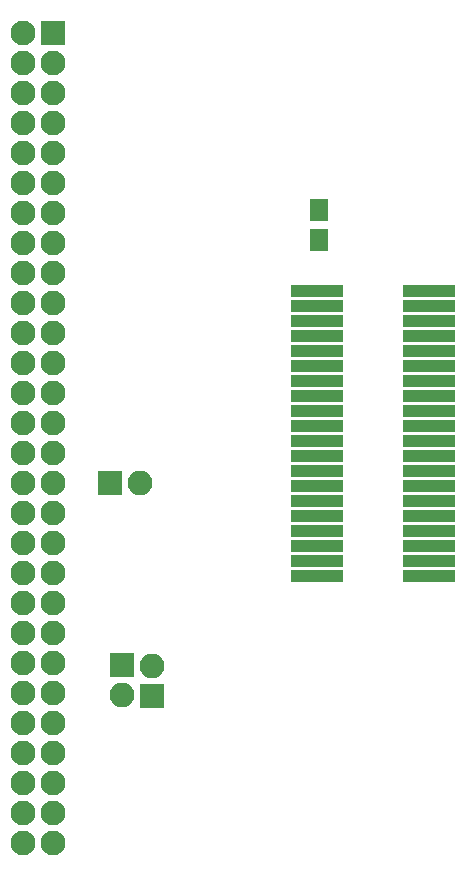
<source format=gbs>
G04 #@! TF.FileFunction,Soldermask,Bot*
%FSLAX46Y46*%
G04 Gerber Fmt 4.6, Leading zero omitted, Abs format (unit mm)*
G04 Created by KiCad (PCBNEW 4.0.7) date Wed Jun 27 14:29:21 2018*
%MOMM*%
%LPD*%
G01*
G04 APERTURE LIST*
%ADD10C,0.100000*%
%ADD11R,4.400000X1.035000*%
%ADD12R,2.100000X2.100000*%
%ADD13O,2.100000X2.100000*%
%ADD14R,1.650000X1.900000*%
%ADD15C,2.100000*%
G04 APERTURE END LIST*
D10*
D11*
X172720000Y-78232000D03*
X182120000Y-78232000D03*
X172720000Y-79502000D03*
X182120000Y-79502000D03*
X172720000Y-80772000D03*
X182120000Y-80772000D03*
X172720000Y-82042000D03*
X182120000Y-82042000D03*
X172720000Y-83312000D03*
X182120000Y-83312000D03*
X172720000Y-84582000D03*
X182120000Y-84582000D03*
X172720000Y-85852000D03*
X182120000Y-85852000D03*
X172720000Y-87122000D03*
X182120000Y-87122000D03*
X172720000Y-88392000D03*
X182120000Y-88392000D03*
X172720000Y-89662000D03*
X182120000Y-89662000D03*
X172720000Y-90932000D03*
X182120000Y-90932000D03*
X172720000Y-92202000D03*
X182120000Y-92202000D03*
X172720000Y-93472000D03*
X182120000Y-93472000D03*
X172720000Y-94742000D03*
X182120000Y-94742000D03*
X172720000Y-96012000D03*
X182120000Y-96012000D03*
X172720000Y-97282000D03*
X182120000Y-97282000D03*
X172720000Y-98552000D03*
X182120000Y-98552000D03*
X172720000Y-99822000D03*
X182120000Y-99822000D03*
X172720000Y-101092000D03*
X182120000Y-101092000D03*
X172720000Y-102362000D03*
X182120000Y-102362000D03*
D12*
X155194000Y-94488000D03*
D13*
X157734000Y-94488000D03*
D12*
X156210000Y-109960000D03*
D13*
X156210000Y-112500000D03*
D12*
X158750000Y-112522000D03*
D13*
X158750000Y-109982000D03*
D14*
X172847000Y-73914000D03*
X172847000Y-71414000D03*
D15*
X147828000Y-56388000D03*
D12*
X150368000Y-56388000D03*
D15*
X150368000Y-58928000D03*
X147828000Y-58928000D03*
X150368000Y-61468000D03*
X147828000Y-61468000D03*
X150368000Y-64008000D03*
X147828000Y-64008000D03*
X150368000Y-66548000D03*
X147828000Y-66548000D03*
X150368000Y-69088000D03*
X147828000Y-69088000D03*
X150368000Y-71628000D03*
X147828000Y-71628000D03*
X150368000Y-74168000D03*
X147828000Y-74168000D03*
X150368000Y-76708000D03*
X147828000Y-76708000D03*
X150368000Y-79248000D03*
X147828000Y-79248000D03*
X150368000Y-81788000D03*
X147828000Y-81788000D03*
X150368000Y-84328000D03*
X147828000Y-84328000D03*
X150368000Y-86868000D03*
X147828000Y-86868000D03*
X150368000Y-89408000D03*
X147828000Y-89408000D03*
X150368000Y-91948000D03*
X147828000Y-91948000D03*
X150368000Y-94488000D03*
X147828000Y-94488000D03*
X150368000Y-97028000D03*
X147828000Y-97028000D03*
X150368000Y-99568000D03*
X147828000Y-99568000D03*
X150368000Y-102108000D03*
X147828000Y-102108000D03*
X150368000Y-104648000D03*
X147828000Y-104648000D03*
X150368000Y-107188000D03*
X147828000Y-107188000D03*
X150368000Y-109728000D03*
X147828000Y-109728000D03*
X150368000Y-112268000D03*
X147828000Y-112268000D03*
X150368000Y-114808000D03*
X147828000Y-114808000D03*
X150368000Y-117348000D03*
X147828000Y-117348000D03*
X150368000Y-119888000D03*
X147828000Y-119888000D03*
X150368000Y-122428000D03*
X147828000Y-122428000D03*
X150368000Y-124968000D03*
X147828000Y-124968000D03*
M02*

</source>
